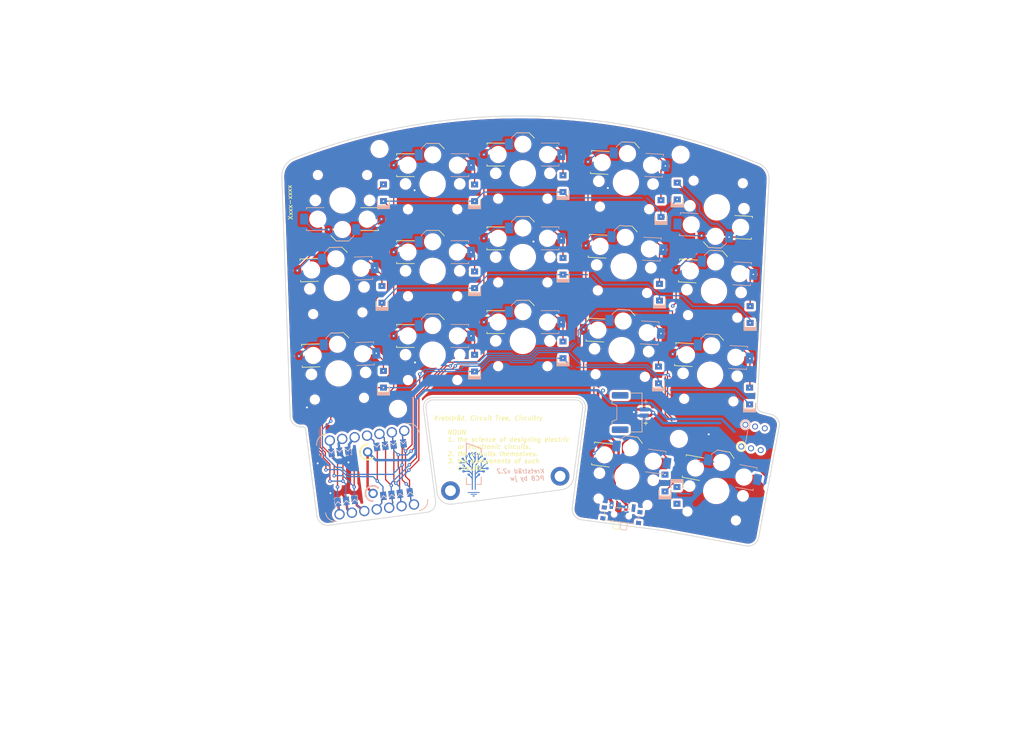
<source format=kicad_pcb>
(kicad_pcb (version 20241229) (generator "pcbnew") (generator_version "9.0")
  (title_block (title "Kretsträd") (company "by JW"))
  (layers (0 "F.Cu" signal) (2 "B.Cu" signal) (13 "F.Paste" user) (15 "B.Paste" user) (5 "F.SilkS" user "F.Silkscreen") (7 "B.SilkS" user "B.Silkscreen") (1 "F.Mask" user) (3 "B.Mask" user) (25 "Edge.Cuts" user))
  (net 0 "")
  (net 1 "row0")
  (net 2 "Net-(D1-A)")
  (net 3 "row1")
  (net 4 "Net-(D2-A)")
  (net 5 "row2")
  (net 6 "Net-(D3-A)")
  (net 7 "row3")
  (net 8 "Net-(D4-A)")
  (net 9 "Net-(D5-A)")
  (net 10 "Net-(D6-A)")
  (net 11 "Net-(D7-A)")
  (net 12 "Net-(D8-A)")
  (net 13 "Net-(D9-A)")
  (net 14 "Net-(D10-A)")
  (net 15 "Net-(D11-A)")
  (net 16 "Net-(D12-A)")
  (net 17 "Net-(D13-A)")
  (net 18 "Net-(D14-A)")
  (net 19 "Net-(D15-A)")
  (net 20 "Net-(D16-A)")
  (net 21 "Net-(D17-A)")
  (net 22 "GND")
  (net 23 "col0")
  (net 24 "col1")
  (net 25 "col2")
  (net 26 "col3")
  (net 27 "col4")
  (net 28 "BT+")
  (net 29 "BAT")
  (footprint "jw_custom_footprints:Diode_SOD123_THT_v3" (layer "F.Cu") (at 172.180356 87.066387 90)
    (property "Reference" "D10")
    (property "Value" "D")
  )
  (footprint "jw_custom_footprints:Kailh_Choc_PG1350_v1+2_Hotswap_reversible" (layer "F.Cu") (at 107.74639 95.208681)
    (property "Reference" "SW12" (hide yes))
    (property "Value" "SW12" (hide yes))
  )
  (footprint "jw_custom_footprints:Diode_SOD123_THT_v3" (layer "F.Cu") (at 134.19779 77.277881 90)
    (property "Reference" "D8")
    (property "Value" "D")
  )
  (footprint "MountingHole:MountingHole_3.2mm_M3" (layer "F.Cu") (at 100.72059 106.203881)
    (property "Reference" "TH3" (hide yes))
    (property "Value" "HOLE" (hide yes))
  )
  (footprint "jw_custom_footprints:Diode_SOD123_THT_v3" (layer "F.Cu") (at 97.45066 82.988298 90)
    (property "Reference" "D6")
    (property "Value" "D")
  )
  (footprint "jw_custom_footprints:Kailh_Choc_PG1350_v1+2_Hotswap_reversible" (layer "F.Cu") (at 126.04619 75.408681)
    (property "Reference" "SW8" (hide yes))
    (property "Value" "SW8" (hide yes))
  )
  (footprint "jw_custom_footprints:Kailh_Choc_PG1350_v1+2_Hotswap_reversible" (layer "F.Cu") (at 107.74639 78.208681)
    (property "Reference" "SW7" (hide yes))
    (property "Value" "SW7" (hide yes))
  )
  (footprint "Button_Switch_SMD:SW_SPDT_PCM12" (layer "F.Cu") (at 146.09644 127.472624 -7.5)
    (property "Reference" "PWR_SW_1")
    (property "Value" "SW_SPDT" (hide yes))
  )
  (footprint "jw_custom_footprints:Kailh_Choc_PG1350_v1+2_Hotswap_reversible" (layer "F.Cu") (at 126.04619 92.408681)
    (property "Reference" "SW13" (hide yes))
    (property "Value" "SW13" (hide yes))
  )
  (footprint "jw_custom_footprints:Diode_SOD123_THT_v3" (layer "F.Cu") (at 116.26219 96.937481 90)
    (property "Reference" "D12")
    (property "Value" "D")
  )
  (footprint "jw_custom_footprints:Diode_SOD123_THT_v3" (layer "F.Cu") (at 116.26219 80.021081 90)
    (property "Reference" "D7")
    (property "Value" "D")
  )
  (footprint "jw_custom_footprints:Kailh_Choc_PG1350_v1+2_Hotswap_reversible" (layer "F.Cu") (at 107.74639 60.563681)
    (property "Reference" "SW2" (hide yes))
    (property "Value" "SW2" (hide yes))
  )
  (footprint "jw_custom_footprints:Kailh_Choc_PG1350_v1+2_Hotswap_reversible" (layer "F.Cu") (at 165.300177 122.874496 -10.5)
    (property "Reference" "SW17" (hide yes))
    (property "Value" "SW17" (hide yes))
  )
  (footprint "jw_custom_footprints:Diode_SOD123_THT_v3" (layer "F.Cu") (at 153.777061 82.545252 90)
    (property "Reference" "D9")
    (property "Value" "D")
  )
  (footprint "jw_custom_footprints:Kailh_Choc_PG1350_v1+2_Hotswap_reversible" (layer "F.Cu") (at 88.64659 99.008481 2)
    (property "Reference" "SW11" (hide yes))
    (property "Value" "SW11" (hide yes))
  )
  (footprint "jw_custom_footprints:Kailh_Choc_PG1350_v1+2_Hotswap_reversible" (layer "F.Cu") (at 146.965942 60.297889 -3)
    (property "Reference" "SW4" (hide yes))
    (property "Value" "SW4" (hide yes))
  )
  (footprint "jw_custom_footprints:Diode_SOD123_THT_v3" (layer "F.Cu") (at 157.38366 62.013056 90)
    (property "Reference" "D5")
    (property "Value" "D")
  )
  (footprint "MountingHole:MountingHole_3.2mm_M3" (layer "F.Cu") (at 157.71819 112.295081)
    (property "Reference" "TH4" (hide yes))
    (property "Value" "HOLE" (hide yes))
  )
  (footprint "jw_custom_footprints:Diode_SOD123_THT_v3" (layer "F.Cu") (at 154.89699 121.263081 90)
    (property "Reference" "D16")
    (property "Value" "D" (hide yes))
  )
  (footprint "jw_custom_footprints:Kailh_Choc_PG1350_v1+2_Hotswap_reversible" (layer "F.Cu") (at 126.04619 58.408681)
    (property "Reference" "SW3" (hide yes))
    (property "Value" "SW3" (hide yes))
  )
  (footprint "jw_custom_footprints:Diode_SOD123_THT_v3" (layer "F.Cu") (at 157.31179 123.768081 -90)
    (property "Reference" "D17")
    (property "Value" "D")
  )
  (footprint "jw_custom_footprints:Diode_SOD123_THT_v3" (layer "F.Cu") (at 97.76139 100.204681 90)
    (property "Reference" "D11")
    (property "Value" "D")
  )
  (footprint "jw_custom_footprints:Kailh_Choc_PG1350_v1+2_Hotswap_reversible" (layer "F.Cu") (at 146.085276 94.298596 -3)
    (property "Reference" "SW14" (hide yes))
    (property "Value" "SW14" (hide yes))
  )
  (footprint "jw_custom_footprints:Kailh_Choc_PG1350_v1+2_Hotswap_reversible" (layer "F.Cu") (at 146.525604 77.298342 -3)
    (property "Reference" "SW9" (hide yes))
    (property "Value" "SW9" (hide yes))
  )
  (footprint "jw_custom_footprints:Xiao_nRF52840_THT_jumper_1.55mm_hole" (layer "F.Cu") (at 95.259726 119.141085 97.5)
    (property "Reference" "U1" (hide yes))
    (property "Value" "SeeeduinoXIAO_nRF52840")
  )
  (footprint "MountingHole:MountingHole_3.2mm_M3" (layer "F.Cu") (at 96.96139 53.468681)
    (property "Reference" "TH1" (hide yes))
    (property "Value" "HOLE" (hide yes))
  )
  (footprint "jw_custom_footprints:Diode_SOD123_THT_v3" (layer "F.Cu") (at 116.26219 62.376081 90)
    (property "Reference" "D2")
    (property "Value" "D")
  )
  (footprint "jw_custom_footprints:Kailh_Choc_PG1350_v1+2_Hotswap_reversible" (layer "F.Cu") (at 88.32539 81.662681 2)
    (property "Reference" "SW6" (hide yes))
    (property "Value" "SW6" (hide yes))
  )
  (footprint "jw_custom_footprints:Diode_SOD123_THT_v3" (layer "F.Cu") (at 134.19779 94.245081 90)
    (property "Reference" "D13")
    (property "Value" "D")
  )
  (footprint "Connector_Molex:Molex_Panelmate_53780-0270_1x02-1MP_P1.25mm_Horizontal" (layer "F.Cu") (at 147.871 106.955 -90)
    (property "Reference" "J1" (hide yes))
    (property "Value" "Conn_01x02_Female")
  )
  (footprint "jw_custom_footprints:Kailh_Choc_PG1350_v1+2_Hotswap_reversible" (layer "F.Cu") (at 89.44659 63.908681 180)
    (property "Reference" "SW1" (hide yes))
    (property "Value" "SW1" (hide yes))
  )
  (footprint "jw_custom_footprints:Pogopin_socket_1x01_1.20mm_vertical" (layer "F.Cu") (at 95.657918 123.376142)
    (property "Reference" "J4" (hide yes))
    (property "Value" "Conn_01x01_Socket" (hide yes))
  )
  (footprint "jw_custom_footprints:Diode_SOD123_THT_v3" (layer "F.Cu") (at 134.19779 60.513881 90)
    (property "Reference" "D3")
    (property "Value" "D")
  )
  (footprint "jw_custom_footprints:Kailh_Choc_PG1350_v1+2_Hotswap_reversible" (layer "F.Cu") (at 164.052356 99.290397 -3)
    (property "Reference" "SW15" (hide yes))
    (property "Value" "SW15" (hide yes))
  )
  (footprint "MountingHole:MountingHole_3.2mm_M3" (layer "F.Cu") (at 158.07379 54.637081)
    (property "Reference" "TH2" (hide yes))
    (property "Value" "HOLE" (hide yes))
  )
  (footprint "MountingHole:MountingHole_2.2mm_M2_ISO14580_Pad" (layer "F.Cu") (at 133.604 119.888 7.5)
    (property "Reference" "Batt_Hole_2" (hide yes))
    (property "Value" "HOLE")
  )
  (footprint "jw_custom_footprints:Pogopin_socket_1x01_1.20mm_vertical" (layer "F.Cu") (at 94.550195 114.962146)
    (property "Reference" "J3" (hide yes))
    (property "Value" "Conn_01x01_Socket" (hide yes))
  )
  (footprint "jw_custom_footprints:Kailh_Choc_PG1350_v1+2_Hotswap_reversible" (layer "F.Cu") (at 147.050149 119.967402 -7.5)
    (property "Reference" "SW16" (hide yes))
    (property "Value" "SW16" (hide yes))
  )
  (footprint "jw_custom_footprints:Diode_SOD123_THT_v3" (layer "F.Cu") (at 154.07665 65.562153 90)
    (property "Reference" "D4")
    (property "Value" "D")
  )
  (footprint "jw_custom_footprints:Diode_SOD123_THT_v3" (layer "F.Cu") (at 153.577335 99.334785 90)
    (property "Reference" "D14")
    (property "Value" "D")
  )
  (footprint "MountingHole:MountingHole_2.2mm_M2_ISO14580_Pad" (layer "F.Cu") (at 111.363786 122.81598 7.5)
    (property "Reference" "Batt_Hole_1" (hide yes))
    (property "Value" "HOLE")
  )
  (footprint "jw_custom_footprints:Diode_SOD123_THT_v3" (layer "F.Cu") (at 172.070071 103.602555 90)
    (property "Reference" "D15")
    (property "Value" "D")
  )
  (footprint "jw_custom_footprints:Diode_SOD123_THT_v3" (layer "F.Cu") (at 97.76139 62.358681 90)
    (property "Reference" "D1")
    (property "Value" "D")
  )
  (footprint "jw_custom_footprints:Kailh_Choc_PG1350_v1+2_Hotswap_reversible" (layer "F.Cu") (at 165.428688 65.310825 177)
    (property "Reference" "SW5" (hide yes))
    (property "Value" "SW5" (hide yes))
  )
  (footprint "jw_custom_footprints:Button_Switch_Push_Vertical_2P2T_Toggle_5.8x5.8" (layer "F.Cu") (at 172.76605 112.009334 79.5)
    (property "Reference" "PWR_SW_3" (hide yes))
    (property "Value" "SW_DPDT" (hide yes))
  )
  (footprint "jw_custom_footprints:Kailh_Choc_PG1350_v1+2_Hotswap_reversible" (layer "F.Cu") (at 164.838566 82.303228 -3)
    (property "Reference" "SW10" (hide yes))
    (property "Value" "SW10" (hide yes))
  )
  (footprint "Connector_Molex:Molex_Panelmate_53780-0270_1x02-1MP_P1.25mm_Horizontal" (layer "B.Cu") (at 147.871 106.955 90)
    (property "Reference" "J2" (hide yes))
    (property "Value" "Conn_01x02_Female")
  )
  (footprint "jw_custom_image:circuit_tree_f.cu_3_10mm" (layer "B.Cu") (at 115.829397 118.3894 180)
    (property "Reference" "G***")
    (property "Value" "circuit_tree_f.cu_3_10mm" (hide yes))
  )
  (footprint "Button_Switch_SMD:SW_SPDT_PCM12" (layer "B.Cu") (at 146.09644 127.472624 172.5)
    (property "Reference" "PWR_SW_2")
    (property "Value" "SW_SPDT" (hide yes))
  )
  (gr_arc (start 95.596259 116.102852) (mid 93.106998 115.522328) (end 94.550195 113.412681) (stroke (width 0.338)) (layer "F.SilkS"))
  (gr_arc (start 95.590996 124.923836) (mid 94.241315 122.753171) (end 96.753555 122.281919) (stroke (width 0.338)) (layer "B.SilkS"))
  (gr_arc (start 137.968198 128.734892) (mid 136.509976 127.892989) (end 136.074173 126.266555) (stroke (width 0.15)) (layer "Edge.Cuts"))
  (gr_arc (start 173.936221 56.430723) (mid 175.482969 57.70096) (end 176.013912 59.630711) (stroke (width 0.15)) (layer "Edge.Cuts"))
  (gr_arc (start 176.47735 107.35444) (mid 177.768549 108.305525) (end 178.071109 109.880395) (stroke (width 0.15)) (layer "Edge.Cuts"))
  (gr_arc (start 86.725379 129.81702) (mid 85.098554 129.380948) (end 84.256922 127.92208) (stroke (width 0.15)) (layer "Edge.Cuts"))
  (gr_arc (start 81.323053 109.87241) (mid 79.629123 109.382683) (end 78.838905 107.806371) (stroke (width 0.15)) (layer "Edge.Cuts"))
  (gr_arc (start 136.330473 120.246946) (mid 135.548543 121.832543) (end 133.962946 122.614473) (stroke (width 0.15)) (layer "Edge.Cuts"))
  (gr_line (start 154.753191 130.944649) (end 137.968198 128.734892) (stroke (width 0.15)) (layer "Edge.Cuts"))
  (gr_line (start 176.013912 59.630711) (end 173.600489 105.681555) (stroke (width 0.15)) (layer "Edge.Cuts"))
  (gr_arc (start 105.872489 106.147146) (mid 106.351755 104.567338) (end 107.855543 103.886093) (stroke (width 0.15)) (layer "Edge.Cuts"))
  (gr_line (start 81.382851 109.864537) (end 81.323053 109.87241) (stroke (width 0.15)) (layer "Edge.Cuts"))
  (gr_line (start 77.140078 59.158343) (end 78.838905 107.806371) (stroke (width 0.15)) (layer "Edge.Cuts"))
  (gr_arc (start 136.739905 103.888465) (mid 138.243475 104.569835) (end 138.722631 106.149517) (stroke (width 0.15)) (layer "Edge.Cuts"))
  (gr_line (start 154.753191 130.944649) (end 171.359188 134.022389) (stroke (width 0.15)) (layer "Edge.Cuts"))
  (gr_line (start 81.943863 110.295205) (end 84.256922 127.92208) (stroke (width 0.15)) (layer "Edge.Cuts"))
  (gr_line (start 133.962946 122.614473) (end 111.722733 125.542453) (stroke (width 0.15)) (layer "Edge.Cuts"))
  (gr_line (start 174.41428 106.801642) (end 176.47735 107.35444) (stroke (width 0.15)) (layer "Edge.Cuts"))
  (gr_line (start 138.195027 106.084252) (end 136.330473 120.246946) (stroke (width 0.15)) (layer "Edge.Cuts"))
  (gr_arc (start 111.722733 125.542453) (mid 109.689692 124.997701) (end 108.637313 123.174927) (stroke (width 0.15)) (layer "Edge.Cuts"))
  (gr_line (start 107.874261 104.386094) (end 136.707982 104.388463) (stroke (width 0.15)) (layer "Edge.Cuts"))
  (gr_arc (start 136.707982 104.388463) (mid 137.835704 104.899476) (end 138.195027 106.084252) (stroke (width 0.15)) (layer "Edge.Cuts"))
  (gr_arc (start 79.63859 55.348281) (mid 126.891955 46.781457) (end 173.936218 56.430723) (stroke (width 0.15)) (layer "Edge.Cuts"))
  (gr_line (start 136.739905 103.888465) (end 107.855543 103.886093) (stroke (width 0.15)) (layer "Edge.Cuts"))
  (gr_line (start 108.348334 124.953047) (end 105.872489 106.147146) (stroke (width 0.15)) (layer "Edge.Cuts"))
  (gr_arc (start 174.41428 106.801643) (mid 173.809062 106.385686) (end 173.600489 105.681555) (stroke (width 0.15)) (layer "Edge.Cuts"))
  (gr_line (start 106.38697 106.081883) (end 108.637313 123.174927) (stroke (width 0.15)) (layer "Edge.Cuts"))
  (gr_arc (start 108.348334 124.953047) (mid 107.952151 126.431622) (end 106.626496 127.196988) (stroke (width 0.15)) (layer "Edge.Cuts"))
  (gr_arc (start 173.923267 132.260146) (mid 173.006194 133.672291) (end 171.359188 134.022389) (stroke (width 0.15)) (layer "Edge.Cuts"))
  (gr_line (start 173.923267 132.260146) (end 178.071109 109.880395) (stroke (width 0.15)) (layer "Edge.Cuts"))
  (gr_line (start 138.722631 106.149517) (end 136.074173 126.266555) (stroke (width 0.15)) (layer "Edge.Cuts"))
  (gr_line (start 86.725379 129.81702) (end 106.626496 127.196988) (stroke (width 0.15)) (layer "Edge.Cuts"))
  (gr_arc (start 81.382851 109.864537) (mid 81.752578 109.963647) (end 81.943863 110.295205) (stroke (width 0.15)) (layer "Edge.Cuts"))
  (gr_arc (start 77.140078 59.158343) (mid 77.791806 56.861473) (end 79.63859 55.348281) (stroke (width 0.15)) (layer "Edge.Cuts"))
  (gr_arc (start 106.38697 106.081883) (mid 106.746418 104.897028) (end 107.874261 104.386094) (stroke (width 0.15)) (layer "Edge.Cuts"))
  (gr_text "Xxxx-xxxx" (at 78.92739 67.946681 92) (layer "F.SilkS") (effects (font (size 0.9 0.9)) (justify left)))
  (gr_text "Kretsträd, Circuit Tree, Circuitry\n\n    NOUN\n    1. the science of designing electric \n	  or electronic circuits.\n    2. the circuits themselves.\n    3. the components of such \n	  circuits." (at 107.93419 113.158681 0) (layer "F.SilkS") (effects (font (size 0.9 0.9) (thickness 0.15) (bold yes) (italic yes)) (justify left)))
  (gr_text "+" (at 151.003 109.041 0) (layer "F.SilkS") (effects (font (size 1 1))))
  (gr_text "Kretsträd v2.2\nPCB by jw" (at 130.556 119.5832 0) (layer "B.SilkS") (effects (font (size 0.9 0.9) (thickness 0.15) (italic yes)) (justify left mirror)))
  (gr_text "+" (at 151.003 104.85 180) (layer "B.SilkS") (effects (font (size 1 1)) (justify mirror)))
  (segment (start 84.47699 108.647671) (end 92.12198 101.002681) (width 0.25) (layer "F.Cu") (net 1))
  (segment (start 98.58699 64.884281) (end 97.76139 64.058681) (width 0.25) (layer "F.Cu") (net 1))
  (segment (start 98.94439 93.783091) (end 96.99966 91.838361) (width 0.25) (layer "F.Cu") (net 1))
  (segment (start 85.53759 115.252669) (end 84.47699 114.192069) (width 0.25) (layer "F.Cu") (net 1))
  (segment (start 98.94439 99.273681) (end 98.94439 93.783091) (width 0.25) (layer "F.Cu") (net 1))
  (segment (start 96.24426 83.942698) (end 97.09706 83.089898) (width 0.25) (layer "F.Cu") (net 1))
  (segment (start 86.90299 117.454091) (end 85.53759 116.088691) (width 0.25) (layer "F.Cu") (net 1))
  (segment (start 86.90299 120.880281) (end 86.90299 117.454091) (width 0.25) (layer "F.Cu") (net 1))
  (segment (start 96.99966 86.283698) (end 96.24426 85.528298) (width 0.25) (layer "F.Cu") (net 1))
  (segment (start 89.54459 120.880281) (end 89.54459 116.080737) (width 0.25) (layer "F.Cu") (net 1))
  (segment (start 98.10879 100.109281) (end 98.94439 99.273681) (width 0.25) (layer "F.Cu") (net 1))
  (segment (start 97.71746 83.089898) (end 98.58699 82.220368) (width 0.25) (layer "F.Cu") (net 1))
  (segment (start 97.09706 83.089898) (end 97.71746 83.089898) (width 0.25) (layer "F.Cu") (net 1))
  (segment (start 84.47699 114.192069) (end 84.47699 108.647671) (width 0.25) (layer "F.Cu") (net 1))
  (segment (start 89.54459 116.080737) (end 88.967517 115.503664) (width 0.25) (layer "F.Cu") (net 1))
  (segment (start 96.99966 91.838361) (end 96.99966 86.283698) (width 0.25) (layer "F.Cu") (net 1))
  (segment (start 85.53759 116.088691) (end 85.53759 115.252669) (width 0.25) (layer "F.Cu") (net 1))
  (segment (start 96.04079 100.109281) (end 98.10879 100.109281) (width 0.25) (layer "F.Cu") (net 1))
  (segment (start 92.12198 101.002681) (end 95.14739 101.002681) (width 0.25) (layer "F.Cu") (net 1))
  (segment (start 95.14739 101.002681) (end 96.04079 100.109281) (width 0.25) (layer "F.Cu") (net 1))
  (segment (start 98.58699 82.220368) (end 98.58699 64.884281) (width 0.25) (layer "F.Cu") (net 1))
  (segment (start 96.24426 85.528298) (end 96.24426 83.942698) (width 0.25) (layer "F.Cu") (net 1))
  (via (at 86.90299 120.880281) (size 0.7) (drill 0.3) (layers "F.Cu" "B.Cu") (net 1))
  (via (at 89.54459 120.880281) (size 0.7) (drill 0.3) (layers "F.Cu" "B.Cu") (net 1))
  (segment (start 86.90299 120.880281) (end 89.54459 120.880281) (width 0.25) (layer "B.Cu") (net 1))
  (segment (start 116.07779 64.076081) (end 116.06039 64.058681) (width 0.25) (layer "B.Cu") (net 1))
  (segment (start 118.12439 62.213881) (end 116.26219 64.076081) (width 0.25) (layer "B.Cu") (net 1))
  (segment (start 116.06039 64.058681) (end 97.76139 64.058681) (width 0.25) (layer "B.Cu") (net 1))
  (segment (start 134.19779 62.213881) (end 135.371883 63.387974) (width 0.25) (layer "B.Cu") (net 1))
  (segment (start 154.07665 66.273353) (end 154.07665 67.262153) (width 0.25) (layer "B.Cu") (net 1))
  (segment (start 116.26219 64.076081) (end 116.07779 64.076081) (width 0.25) (layer "B.Cu") (net 1))
  (segment (start 89.54459 120.880281) (end 90.12531 121.461001) (width 0.25) (layer "B.Cu") (net 1))
  (segment (start 135.371883 63.387974) (end 150.244977 63.387974) (width 0.25) (layer "B.Cu") (net 1))
  (segment (start 154.833193 66.263523) (end 157.38366 63.713056) (width 0.25) (layer "B.Cu") (net 1))
  (segment (start 154.07665 67.262153) (end 154.780857 67.262153) (width 0.25) (layer "B.Cu") (net 1))
  (segment (start 134.19779 62.213881) (end 118.12439 62.213881) (width 0.25) (layer "B.Cu") (net 1))
  (segment (start 90.12531 121.461001) (end 90.12531 124.297979) (width 0.25) (layer "B.Cu") (net 1))
  (segment (start 151.243607 63.44031) (end 154.07665 66.273353) (width 0.25) (layer "B.Cu") (net 1))
  (segment (start 97.34659 67.708681) (end 96.45339 66.815481) (width 0.25) (layer "F.Cu") (net 2))
  (segment (start 96.45339 61.966681) (end 97.76139 60.658681) (width 0.25) (layer "F.Cu") (net 2))
  (segment (start 96.45339 66.815481) (end 96.45339 61.966681) (width 0.25) (layer "F.Cu") (net 2))
  (via (at 97.34659 67.708681) (size 0.7) (drill 0.3) (layers "F.Cu" "B.Cu") (net 2))
  (segment (start 97.34659 67.708681) (end 95.24659 69.808681) (width 0.25) (layer "B.Cu") (net 2))
  (segment (start 95.24659 69.808681) (end 92.24659 69.808681) (width 0.25) (layer "B.Cu") (net 2))
  (segment (start 87.768423 117.681714) (end 85.98859 115.901881) (width 0.25) (layer "F.Cu") (net 3))
  (segment (start 85.98859 115.065859) (end 84.92799 114.005259) (width 0.25) (layer "F.Cu") (net 3))
  (segment (start 91.83059 116.463426) (end 90.649404 115.28224) (width 0.25) (layer "F.Cu") (net 3))
  (segment (start 97.45066 91.651551) (end 97.45066 84.688298) (width 0.25) (layer "F.Cu") (net 3))
  (segment (start 99.39539 99.460491) (end 99.39539 93.596281) (width 0.25) (layer "F.Cu") (net 3))
  (segment (start 91.83059 122.048681) (end 91.83059 116.463426) (width 0.25) (layer "F.Cu") (net 3))
  (segment (start 99.39539 93.596281) (end 97.45066 91.651551) (width 0.25) (layer "F.Cu") (net 3))
  (segment (start 96.2276 100.560281) (end 98.2956 100.560281) (width 0.25) (layer "F.Cu") (net 3))
  (segment (start 92.30879 101.453681) (end 95.3342 101.453681) (width 0.25) (layer "F.Cu") (net 3))
  (segment (start 95.3342 101.453681) (end 96.2276 100.560281) (width 0.25) (layer "F.Cu") (net 3))
  (segment (start 98.2956 100.560281) (end 99.39539 99.460491) (width 0.25) (layer "F.Cu") (net 3))
  (segment (start 87.768423 119.762681) (end 87.768423 117.681714) (width 0.25) (layer "F.Cu") (net 3))
  (segment (start 84.92799 114.005259) (end 84.92799 108.834481) (width 0.25) (layer "F.Cu") (net 3))
  (segment (start 85.98859 115.901881) (end 85.98859 115.065859) (width 0.25) (layer "F.Cu") (net 3))
  (segment (start 84.92799 108.834481) (end 92.30879 101.453681) (width 0.25) (layer "F.Cu") (net 3))
  (via (at 91.83059 122.048681) (size 0.7) (drill 0.3) (layers "F.Cu" "B.Cu") (net 3))
  (via (at 87.768423 119.762681) (size 0.7) (drill 0.3) (layers "F.Cu" "B.Cu") (net 3))
  (segment (start 91.807197 122.072074) (end 91.807197 124.076554) (width 0.25) (layer "B.Cu") (net 3))
  (segment (start 119.00539 78.977881) (end 116.26219 81.721081) (width 0.25) (layer "B.Cu") (net 3))
  (segment (start 172.180356 88.082387) (end 172.180356 88.766387) (width 0.25) (layer "B.Cu") (net 3))
  (segment (start 153.829397 83.246622) (end 158.352991 83.246622) (width 0.25) (layer "B.Cu") (net 3))
  (segment (start 91.83059 122.048681) (end 91.807197 122.072074) (width 0.25) (layer "B.Cu") (net 3))
  (segment (start 100.417877 81.721081) (end 97.45066 84.688298) (width 0.25) (layer "B.Cu") (net 3))
  (segment (start 142.146002 80.989652) (end 140.186567 79.030217) (width 0.25) (layer "B.Cu") (net 3))
  (segment (start 87.768423 119.762681) (end 89.54459 119.762681) (width 0.25) (layer "B.Cu") (net 3))
  (segment (start 158.352991 83.246622) (end 160.522524 85.416155) (width 0.25) (layer "B.Cu") (net 3))
  (segment (start 116.26219 81.721081) (end 100.417877 81.721081) (width 0.25) (layer "B.Cu") (net 3))
  (segment (start 153.777061 84.245252) (end 153.777061 83.326452) (width 0.25) (layer "B.Cu") (net 3))
  (segment (start 169.514124 85.416155) (end 172.180356 88.082387) (width 0.25) (layer "B.Cu") (net 3))
  (segment (start 89.54459 119.762681) (end 91.83059 122.048681) (width 0.25) (layer "B.Cu") (net 3))
  (segment (start 151.440261 80.989652) (end 142.146002 80.989652) (width 0.25) (layer "B.Cu") (net 3))
  (segment (start 153.777061 83.326452) (end 151.440261 80.989652) (width 0.25) (layer "B.Cu") (net 3))
  (segment (start 134.19779 78.977881) (end 119.00539 78.977881) (width 0.25) (layer "B.Cu") (net 3))
  (segment (start 139.187937 78.977881) (end 134.19779 78.977881) (width 0.25) (layer "B.Cu") (net 3))
  (segment (start 160.522524 85.416155) (end 169.514124 85.416155) (width 0.25) (layer "B.Cu") (net 3))
  (segment (start 116.26219 57.479481) (end 116.26219 60.676081) (width 0.25) (layer "F.Cu") (net 4))
  (segment (start 113.44639 54.663681) (end 110.54639 54.663681) (width 0.25) (layer "F.Cu") (net 4))
  (segment (start 115.54639 56.763681) (end 113.44639 54.663681) (width 0.25) (layer "F.Cu") (net 4))
  (segment (start 115.54639 56.763681) (end 116.26219 57.479481) (width 0.25) (layer "F.Cu") (net 4))
  (via (at 115.54639 56.763681) (size 0.7) (drill 0.3) (layers "F.Cu" "B.Cu") (net 4))
  (segment (start 85.37899 113.818449) (end 85.37899 109.021291) (width 0.25) (layer "F.Cu") (net 5))
  (segment (start 88.443423 116.882882) (end 87.28563 115.725089) (width 0.25) (layer "F.Cu") (net 5))
  (segment (start 92.4956 101.904681) (end 97.76139 101.904681) (width 0.25) (layer "F.Cu") (net 5))
  (segment (start 85.37899 109.021291) (end 92.4956 101.904681) (width 0.25) (layer "F.Cu") (net 5))
  (segment (start 87.28563 115.725089) (end 85.37899 113.818449) (width 0.25) (layer "F.Cu") (net 5))
  (segment (start 88.443423 122.048681) (end 88.443423 116.882882) (width 0.25) (layer "F.Cu") (net 5))
  (via (at 88.443423 122.048681) (size 0.7) (drill 0.3) (layers "F.Cu" "B.Cu") (net 5))
  (segment (start 135.96199 97.709281) (end 134.19779 95.945081) (width 0.25) (layer "B.Cu") (net 5))
  (segment (start 88.443423 122.048681) (end 88.443423 124.519403) (width 0.25) (layer "B.Cu") (net 5))
  (segment (start 117.07059 98.637481) (end 119.41499 96.293081) (width 0.25) (layer "B.Cu") (net 5))
  (segment (start 119.41499 96.293081) (end 123.19678 96.293081) (width 0.25) (layer "B.Cu") (net 5))
  (segment (start 103.33859 101.904681) (end 97.76139 101.904681) (width 0.25) (layer "B.Cu") (net 5))
  (segment (start 153.577335 101.034785) (end 153.577335 100.248332) (width 0.25) (layer "B.Cu") (net 5))
  (segment (start 123.19678 96.293081) (end 123.70478 96.801081) (width 0.25) (layer "B.Cu") (net 5))
  (segment (start 128.70379 95.945081) (end 134.19779 95.945081) (width 0.25) (layer "B.Cu") (net 5))
  (segment (start 153.577335 100.248332) (end 151.09062 97.761617) (width 0.25) (layer "B.Cu") (net 5))
  (segment (start 151.09062 97.761617) (end 136.96062 97.761617) (width 0.25) (layer "B.Cu") (net 5))
  (segment (start 155.976871 102.383355) (end 169.150871 102.383355) (width 0.25) (layer "B.Cu") (net 5))
  (segment (start 116.26219 98.637481) (end 106.60579 98.637481) (width 0.25) (layer "B.Cu") (net 5))
  (segment (start 127.84779 96.801081) (end 128.70379 95.945081) (width 0.25) (layer "B.Cu") (net 5))
  (segment (start 106.60579 98.637481) (end 103.33859 101.904681) (width 0.25) (layer "B.Cu") (net 5))
  (segment (start 169.150871 102.383355) (end 172.070071 105.302555) (width 0.25) (layer "B.Cu") (net 5))
  (segment (start 123.70478 96.801081) (end 127.84779 96.801081) (width 0.25) (layer "B.Cu") (net 5))
  (segment (start 153.577335 101.034785) (end 155.924535 103.381985) (width 0.25) (layer "B.Cu") (net 5))
  (segment (start 116.26219 98.637481) (end 117.07059 98.637481) (width 0.25) (layer "B.Cu") (net 5))
  (segment (start 131.74619 52.508681) (end 128.84619 52.508681) (width 0.25) (layer "F.Cu") (net 6))
  (segment (start 134.19779 54.960281) (end 134.19779 58.813881) (width 0.25) (layer "F.Cu") (net 6))
  (segment (start 133.84619 54.608681) (end 134.19779 54.960281) (width 0.25) (layer "F.Cu") (net 6))
  (segment (start 133.84619 54.608681) (end 131.74619 52.508681) (width 0.25) (layer "F.Cu") (net 6))
  (via (at 133.84619 54.608681) (size 0.7) (drill 0.3) (layers "F.Cu" "B.Cu") (net 6))
  (segment (start 102.24359 114.784281) (end 102.24359 119.914081) (width 0.25) (layer "F.Cu") (net 7))
  (segment (start 103.57159 103.218271) (end 103.57159 113.456281) (width 0.25) (layer "F.Cu") (net 7))
  (segment (start 102.24359 119.914081) (end 103.05732 120.727811) (width 0.25) (layer "F.Cu") (net 7))
  (segment (start 154.956318 107.326219) (end 156.30199 108.671891) (width 0.25) (layer "F.Cu") (net 7))
  (segment (start 105.120092 101.669769) (end 103.57159 103.218271) (width 0.25) (layer "F.Cu") (net 7))
  (segment (start 154.956318 99.678009) (end 154.956318 107.326219) (width 0.25) (layer "F.Cu") (net 7))
  (segment (start 103.05732 120.727811) (end 103.05732 122.595447) (width 0.25) (layer "F.Cu") (net 7))
  (segment (start 157.83979 120.020281) (end 154.89699 122.963081) (width 0.25) (layer "F.Cu") (net 7))
  (segment (start 103.57159 113.456281) (end 102.24359 114.784281) (width 0.25) (layer "F.Cu") (net 7))
  (segment (start 105.120092 99.168583) (end 105.120092 101.669769) (width 0.25) (layer "F.Cu") (net 7))
  (via (at 105.120092 99.168583) (size 0.7) (drill 0.3) (layers "F.Cu" "B.Cu") (net 7))
  (via (at 102.24359 114.784281) (size 0.7) (drill 0.3) (layers "F.Cu" "B.Cu") (net 7))
  (segment (start 129.24198 94.769081) (end 127.66098 96.350081) (width 0.25) (layer "B.Cu") (net 7))
  (segment (start 117.51958 97.550681) (end 114.04259 97.550681) (width 0.25) (layer "B.Cu") (net 7))
  (segment (start 119.22818 95.842081) (end 117.51958 97.550681) (width 0.25) (layer "B.Cu") (net 7))
  (segment (start 123.89159 96.350081) (end 123.38359 95.842081) (width 0.25) (layer "B.Cu") (net 7))
  (segment (start 127.66098 96.350081) (end 123.89159 96.350081) (width 0.25) (layer "B.Cu") (net 7))
  (segment (start 135.34079 94.769081) (end 129.24198 94.769081) (width 0.25) (layer "B.Cu") (net 7))
  (segment (start 102.24359 114.784281) (end 101.899527 114.440218) (width 0.25) (layer "B.Cu") (net 7))
  (segment (start 123.38359 95.842081) (end 119.22818 95.842081) (width 0.25) (layer "B.Cu") (net 7))
  (segment (start 113.40679 98.186481) (end 106.102194 98.186481) (width 0.25) (layer "B.Cu") (net 7))
  (segment (start 101.899527 114.440218) (end 101.899527 113.801133) (width 0.25) (layer "B.Cu") (net 7))
  (segment (start 106.102194 98.186481) (end 105.120092 99.168583) (width 0.25) (layer "B.Cu") (net 7))
  (segment (start 114.04259 97.550681) (end 113.40679 98.186481) (width 0.25) (layer "B.Cu") (net 7))
  (segment (start 137.82999 97.258281) (end 135.34079 94.769081) (width 0.25) (layer "B.Cu") (net 7))
  (segment (start 154.954129 56.528367) (end 152.978277 54.552515) (width 0.25) (layer "F.Cu") (net 8))
  (segment (start 154.07665 57.788796) (end 154.07665 63.862153) (width 0.25) (layer "F.Cu") (net 8))
  (segment (start 154.954129 56.911317) (end 154.954129 56.528367) (width 0.25) (layer "F.Cu") (net 8))
  (segment (start 154.954129 56.911317) (end 154.07665 57.788796) (width 0.25) (layer "F.Cu") (net 8))
  (segment (start 152.978277 54.552515) (end 150.070887 54.552515) (width 0.25) (layer "F.Cu") (net 8))
  (via (at 154.954129 56.911317) (size 0.7) (drill 0.3) (layers "F.Cu" "B.Cu") (net 8))
  (segment (start 171.489063 71.34928) (end 167.916069 71.34928) (width 0.25) (layer "F.Cu") (net 9))
  (segment (start 173.118985 69.719358) (end 171.489063 71.34928) (width 0.25) (layer "F.Cu") (net 9))
  (segment (start 173.118985 69.519071) (end 173.118985 69.719358) (width 0.25) (layer "F.Cu") (net 9))
  (via (at 167.916069 71.34928) (size 0.7) (drill 0.3) (layers "F.Cu" "B.Cu") (net 9))
  (segment (start 161.85406 66.102456) (end 161.85406 64.783456) (width 0.25) (layer "B.Cu") (net 9))
  (segment (start 165.622191 68.676787) (end 164.428391 68.676787) (width 0.25) (layer "B.Cu") (net 9))
  (segment (start 164.428391 68.676787) (end 161.85406 66.102456) (width 0.25) (layer "B.Cu") (net 9))
  (segment (start 161.85406 64.783456) (end 157.38366 60.313056) (width 0.25) (layer "B.Cu") (net 9))
  (segment (start 167.916069 70.970665) (end 165.622191 68.676787) (width 0.25) (layer "B.Cu") (net 9))
  (segment (start 167.916069 71.34928) (end 167.916069 70.970665) (width 0.25) (layer "B.Cu") (net 9))
  (segment (start 97.45066 79.05542) (end 97.45066 81.288298) (width 0.25) (layer "F.Cu") (net 10))
  (segment (start 95.98802 77.59278) (end 97.45066 79.05542) (width 0.25) (layer "F.Cu") (net 10))
  (segment (start 95.98802 77.59278) (end 94.063797 75.668557) (width 0.25) (layer "F.Cu") (net 10))
  (segment (start 94.063797 75.668557) (end 90.917777 75.668557) (width 0.25) (layer "F.Cu") (net 10))
  (via (at 95.98802 77.59278) (size 0.7) (drill 0.3) (layers "F.Cu" "B.Cu") (net 10))
  (segment (start 113.44639 72.308681) (end 110.54639 72.308681) (width 0.25) (layer "F.Cu") (net 11))
  (segment (start 116.26219 75.124481) (end 116.26219 78.321081) (width 0.25) (layer "F.Cu") (net 11))
  (segment (start 115.54639 74.408681) (end 113.44639 72.308681) (width 0.25) (layer "F.Cu") (net 11))
  (segment (start 115.54639 74.408681) (end 116.26219 75.124481) (width 0.25) (layer "F.Cu") (net 11))
  (via (at 115.54639 74.408681) (size 0.7) (drill 0.3) (layers "F.Cu" "B.Cu") (net 11))
  (segment (start 134.19779 71.960281) (end 134.19779 75.577881) (width 0.25) (layer "F.Cu") (net 12))
  (segment (start 131.74619 69.508681) (end 128.84619 69.508681) (width 0.25) (layer "F.Cu") (net 12))
  (segment (start 133.84619 71.608681) (end 134.19779 71.960281) (width 0.25) (layer "F.Cu") (net 12))
  (segment (start 133.84619 71.608681) (end 131.74619 69.508681) (width 0.25) (layer "F.Cu") (net 12))
  (via (at 133.84619 71.608681) (size 0.7) (drill 0.3) (layers "F.Cu" "B.Cu") (net 12))
  (segment (start 154.513791 73.665129) (end 154.513791 73.91177) (width 0.25) (layer "F.Cu") (net 13))
  (segment (start 154.513791 73.91177) (end 153.777061 74.6485) (width 0.25) (layer "F.Cu") (net 13))
  (segment (start 153.777061 74.6485) (end 153.777061 80.845252) (width 0.25) (layer "F.Cu") (net 13))
  (segment (start 149.630549 71.552968) (end 152.40163 71.552968) (width 0.25) (layer "F.Cu") (net 13))
  (segment (start 152.40163 71.552968) (end 154.513791 73.665129) (width 0.25) (layer "F.Cu") (net 13))
  (via (at 154.513791 73.91177) (size 0.7) (drill 0.3) (layers "F.Cu" "B.Cu") (net 13))
  (segment (start 172.180356 79.563053) (end 172.826753 78.916656) (width 0.25) (layer "F.Cu") (net 14))
  (segment (start 170.765023 76.557854) (end 167.943511 76.557854) (width 0.25) (layer "F.Cu") (net 14))
  (segment (start 172.826753 78.619584) (end 170.765023 76.557854) (width 0.25) (layer "F.Cu") (net 14))
  (segment (start 172.180356 85.366387) (end 172.180356 79.563053) (width 0.25) (layer "F.Cu") (net 14))
  (segment (start 172.826753 78.916656) (end 172.826753 78.619584) (width 0.25) (layer "F.Cu") (net 14))
  (via (at 172.826753 78.916656) (size 0.7) (drill 0.3) (layers "F.Cu" "B.Cu") (net 14))
  (segment (start 97.76139 96.39075) (end 97.76139 98.504681) (width 0.25) (layer "F.Cu") (net 15))
  (segment (start 96.30922 94.93858) (end 97.76139 96.39075) (width 0.25) (layer "F.Cu") (net 15))
  (segment (start 96.30922 94.93858) (end 94.384996 93.014356) (width 0.25) (layer "F.Cu") (net 15))
  (segment (start 94.384996 93.014356) (end 91.238978 93.014356) (width 0.25) (layer "F.Cu") (net 15))
  (via (at 96.30922 94.93858) (size 0.7) (drill 0.3) (layers "F.Cu" "B.Cu") (net 15))
  (segment (start 113.44639 89.308681) (end 110.54639 89.308681) (width 0.25) (layer "F.Cu") (net 16))
  (segment (start 115.54639 91.408681) (end 116.26219 92.124481) (width 0.25) (layer "F.Cu") (net 16))
  (segment (start 116.26219 92.124481) (end 116.26219 95.237481) (width 0.25) (layer "F.Cu") (net 16))
  (segment (start 115.54639 91.408681) (end 113.44639 89.308681) (width 0.25) (layer "F.Cu") (net 16))
  (via (at 115.54639 91.408681) (size 0.7) (drill 0.3) (layers "F.Cu" "B.Cu") (net 16))
  (segment (start 134.19779 88.960281) (end 134.19779 92.545081) (width 0.25) (layer "F.Cu") (net 17))
  (segment (start 133.84619 88.608681) (end 131.74619 86.508681) (width 0.25) (layer "F.Cu") (net 17))
  (segment (start 133.84619 88.608681) (end 134.19779 88.960281) (width 0.25) (layer "F.Cu") (net 17))
  (segment (start 131.74619 86.508681) (end 128.84619 86.508681) (width 0.25) (layer "F.Cu") (net 17))
  (via (at 133.84619 88.608681) (size 0.7) (drill 0.3) (layers "F.Cu" "B.Cu") (net 17))
  (segment (start 152.177255 88.553222) (end 149.190221 88.553222) (width 0.25) (layer "F.Cu") (net 18))
  (segment (start 154.073463 90.912024) (end 153.577335 91.408152) (width 0.25) (layer "F.Cu") (net 18))
  (segment (start 154.073463 90.912024) (end 154.073463 90.44943) (width 0.25) (layer "F.Cu") (net 18))
  (segment (start 153.577335 91.408152) (end 153.577335 97.634785) (width 0.25) (layer "F.Cu") (net 18))
  (segment (start 154.073463 90.44943) (end 152.177255 88.553222) (width 0.25) (layer "F.Cu") (net 18))
  (via (at 154.073463 90.912024) (size 0.7) (drill 0.3) (layers "F.Cu" "B.Cu") (net 18))
  (segment (start 167.253526 93.545023) (end 170.073792 93.545023) (width 0.25) (layer "F.Cu") (net 19))
  (segment (start 172.131534 96.003688) (end 172.131534 101.841092) (width 0.25) (layer "F.Cu") (net 19))
  (segment (start 172.131534 101.841092) (end 172.070071 101.902555) (width 0.25) (layer "F.Cu") (net 19))
  (segment (start 172.131534 95.602765) (end 172.131534 96.003688) (width 0.25) (layer "F.Cu") (net 19))
  (segment (start 170.073792 93.545023) (end 172.131534 95.602765) (width 0.25) (layer "F.Cu") (net 19))
  (via (at 172.131534 96.003688) (size 0.7) (drill 0.3) (layers "F.Cu" "B.Cu") (net 19))
  (segment (start 153.705155 114.581246) (end 156.023002 116.899093) (width 0.25) (layer "F.Cu") (net 20))
  (segment (start 151.339883 114.581246) (end 153.705155 114.581246) (width 0.25) (layer "F.Cu") (net 20))
  (segment (start 160.00419 123.420281) (end 157.91959 123.420281) (width 0.25) (layer "B.Cu") (net 21))
  (segment (start 87.00459 123.318681) (end 89.146012 123.318681) (width 0.5) (layer "F.Cu") (net 22))
  (segment (start 89.146012 123.318681) (end 90.12531 124.297979) (width 0.5) (layer "F.Cu") (net 22))
  (via (at 104.17499 96.801081) (size 0.8) (drill 0.4) (layers "F.Cu" "B.Cu") (net 22))
  (via (at 148.57419 106.859481) (size 0.8) (drill 0.4) (layers "F.Cu" "B.Cu") (net 22))
  (via (at 104.07339 61.850681) (size 0.8) (drill 0.4) (layers "F.Cu" "B.Cu") (net 22))
  (via (at 128.20339 72.264681) (size 0.8) (drill 0.4) (layers "F.Cu" "B.Cu") (net 22))
  (via (at 82.22939 105.919681) (size 0.8) (drill 0.4) (layers "F.Cu" "B.Cu") (net 22))
  (via (at 143.29902 61.395017) (size 0.8) (drill 0.4) (layers "F.Cu" "B.Cu") (net 22))
  (via (at 163.76339 111.380681) (size 0.8) (drill 0.4) (layers "F.Cu" "B.Cu") (net 22))
  (via (at 87.00459 123.318681) (size 0.8) (drill 0.4) (layers "F.Cu" "B.Cu") (net 22))
  (via (at 84.41379 117.273481) (size 0.8) (drill 0.4) (layers "F.Cu" "B.Cu") (net 22))
  (via (at 90.66219 117.070281) (size 0.8) (drill 0.4) (layers "F.Cu" "B.Cu") (net 22))
  (segment (start 89.095573 115.503664) (end 90.66219 117.070281) (width 0.5) (layer "B.Cu") (net 22))
  (segment (start 88.967517 115.503664) (end 89.095573 115.503664) (width 0.5) (layer "B.Cu") (net 22))
  (segment (start 80.297584 78.944275) (end 80.297584 78.140702) (width 0.25) (layer "F.Cu") (net 23))
  (segment (start 80.618784 98.949675) (end 80.618784 95.486502) (width 0.25) (layer "F.Cu") (net 23))
  (segment (start 86.64659 69.808681) (end 86.64659 71.403481) (width 0.25) (layer "F.Cu") (net 23))
  (segment (start 86.09019 117.279101) (end 85.08659 116.275501) (width 0.25) (layer "F.Cu") (net 23))
  (segment (start 80.297584 77.752487) (end 80.297584 78.140702) (width 0.25) (layer "F.Cu") (net 23))
  (segment (start 85.08659 116.275501) (end 85.08659 115.439479) (width 0.25) (layer "F.Cu") (net 23))
  (segment (start 85.12499 103.455881) (end 80.618784 98.949675) (width 0.25) (layer "F.Cu") (net 23))
  (segment (start 84.02599 108.460861) (end 85.12499 107.361861) (width 0.25) (layer "F.Cu") (net 23))
  (segment (start 80.618784 78.461902) (end 80.618784 95.486502) (width 0.25) (layer "F.Cu") (net 23))
  (segment (start 86.64659 69.808681) (end 86.64659 70.133481) (width 0.25) (layer "F.Cu") (net 23))
  (segment (start 80.301075 78.947766) (end 80.297584 78.944275) (width 0.25) (layer "F.Cu") (net 23))
  (segment (start 85.08659 115.439479) (end 84.02599 114.378879) (width 0.25) (layer "F.Cu") (net 23))
  (segment (start 84.02599 114.378879) (end 84.02599 108.460861) (width 0.25) (layer "F.Cu") (net 23))
  (segment (start 80.297584 78.140702) (end 80.618784 78.461902) (width 0.25) (layer "F.Cu") (net 23))
  (segment (start 86.09019 118.594281) (end 86.09019 117.279101) (width 0.25) (layer "F.Cu") (net 23))
  (segment (start 80.618784 95.486502) (end 80.622275 95.483011) (width 0.25) (layer "F.Cu") (net 23))
  (segment (start 96.51261 120.837901) (end 96.51261 114.510334) (width 0.25) (layer "F.Cu") (net 23))
  (segment (start 86.64659 71.403481) (end 80.297584 77.752487) (width 0.25) (layer "F.Cu") (net 23))
  (segment (start 85.12499 107.361861) (end 85.12499 103.455881) (width 0.25) (layer "F.Cu") (net 23))
  (via (at 80.618784 95.486502) (size 0.7) (drill 0.3) (layers "F.Cu" "B.Cu") (net 23))
  (via (at 96.51261 120.837901) (size 0.7) (drill 0.3) (layers "F.Cu" "B.Cu") (net 23))
  (via (at 80.297584 78.140702) (size 0.7) (drill 0.3) (layers "F.Cu" "B.Cu") (net 23))
  (via (at 86.09019 118.594281) (size 0.7) (drill 0.3) (layers "F.Cu" "B.Cu") (net 23))
  (via (at 86.64659 69.808681) (size 0.7) (drill 0.3) (layers "F.Cu" "B.Cu") (net 23))
  (segment (start 80.618784 95.486502) (end 82.895493 93.209793) (width 0.25) (layer "B.Cu") (net 23))
  (segment (start 97.670404 121.995695) (end 97.670404 123.304648) (width 0.25) (layer "B.Cu") (net 23))
  (segment (start 86.14099 118.543481) (end 86.09019 118.594281) (width 0.25) (layer "B.Cu") (net 23))
  (segment (start 81.64659 67.973481) (end 83.48179 69.808681) (width 0.25) (layer "B.Cu") (net 23))
  (segment (start 83.48179 69.808681) (end 86.64659 69.808681) (width 0.25) (layer "B.Cu") (net 23))
  (segment (start 89.03659 118.543481) (end 86.14099 118.543481) (width 0.25) (layer "B.Cu") (net 23))
  (segment (start 80.297584 78.140702) (end 82.574292 75.863994) (width 0.25) (layer "B.Cu") (net 23))
  (segment (start 96.51261 120.837901) (end 95.63439 119.959681) (width 0.25) (layer "B.Cu") (net 23))
  (segment (start 81.64659 67.708681) (end 81.64659 67.973481) (width 0.25) (layer "B.Cu") (net 23))
  (segment (start 82.574292 75.863994) (end 85.321189 75.863994) (width 0.25) (layer "B.Cu") (net 23))
  (segment (start 82.895493 93.209793) (end 85.642389 93.209793) (width 0.25) (layer "B.Cu") (net 23))
  (segment (start 95.63439 119.959681) (end 90.45279 119.959681) (width 0.25) (layer "B.Cu") (net 23))
  (segment (start 96.51261 120.837901) (end 97.670404 121.995695) (width 0.25) (layer "B.Cu") (net 23))
  (segment (start 90.45279 119.959681) (end 89.03659 118.543481) (width 0.25) (layer "B.Cu") (net 23))
  (segment (start 101.56859 120.626336) (end 102.38232 121.440066) (width 0.25) (layer "F.Cu") (net 24))
  (segment (start 99.84639 56.763681) (end 99.84639 74.408681) (width 0.25) (layer "F.Cu") (net 24))
  (segment (start 101.56859 117.578281) (end 101.56859 120.626336) (width 0.25) (layer "F.Cu") (net 24))
  (segment (start 101.56859 114.13207) (end 101.899527 113.801133) (width 0.25) (layer "F.Cu") (net 24))
  (segment (start 101.56859 117.578281) (end 101.56859 114.13207) (width 0.25) (layer "F.Cu") (net 24))
  (segment (start 92.68241 102.355681) (end 95.96279 102.355681) (width 0.25) (layer "F.Cu") (net 24))
  (segment (start 87.075488 108.688281) (end 87.075488 107.962603) (width 0.25) (layer "F.Cu") (net 24))
  (segment (start 98.84099 102.947881) (end 99.84639 101.942481) (width 0.25) (layer "F.Cu") (net 24))
  (segment (start 96.55499 102.947881) (end 98.84099 102.947881) (width 0.25) (layer "F.Cu") (net 24))
  (segment (start 95.96279 102.355681) (end 96.55499 102.947881) (width 0.25) (layer "F.Cu") (net 24))
  (segment (start 99.84639 74.408681) (end 99.84639 91.408681) (width 0.25) (layer "F.Cu") (net 24))
  (segment (start 87.075488 107.962603) (end 92.68241 102.355681) (width 0.25) (layer "F.Cu") (net 24))
  (segment (start 99.84639 101.942481) (end 99.84639 91.408681) (width 0.25) (layer "F.Cu") (net 24))
  (via (at 99.84639 56.763681) (size 0.7) (drill 0.3) (layers "F.Cu" "B.Cu") (net 24))
  (via (at 87.075488 108.688281) (size 0.7) (drill 0.3) (layers "F.Cu" "B.Cu") (net 24))
  (via (at 102.38232 121.440066) (size 0.7) (drill 0.3) (layers "F.Cu" "B.Cu") (net 24))
  (via (at 99.84639 74.408681) (size 0.7) (drill 0.3) (layers "F.Cu" "B.Cu") (net 24))
  (via (at 101.56859 117.578281) (size 0.7) (drill 0.3) (layers "F.Cu" "B.Cu") (net 24))
  (via (at 99.84639 91.408681) (size 0.7) (drill 0.3) (layers "F.Cu" "B.Cu") (net 24))
  (segment (start 87.075488 108.688281) (end 85.37899 110.384779) (width 0.25) (layer "B.Cu") (net 24))
  (segment (start 99.84639 56.763681) (end 101.94639 54.663681) (width 0.25) (layer "B.Cu") (net 24))
  (segment (start 101.94639 54.663681) (end 104.94639 54.663681) (width 0.25) (layer "B.Cu") (net 24))
  (segment (start 99.84639 91.408681) (end 101.94639 89.308681) (width 0.25) (layer "B.Cu") (net 24))
  (segment (start 90.6396 119.508681) (end 99.63819 119.508681) (width 0.25) (layer "B.Cu") (net 24))
  (segment (start 89.2234 118.092481) (end 90.6396 119.508681) (width 0.25) (layer "B.Cu") (net 24))
  (segment (start 99.63819 119.508681) (end 101.56859 117.578281) (width 0.25) (layer "B.Cu") (net 24))
  (segment (start 101.94639 72.308681) (end 104.94639 72.308681) (width 0.25) (layer "B.Cu") (net 24))
  (segment (start 101.94639 89.308681) (end 104.94639 89.308681) (width 0.25) (layer "B.Cu") (net 24))
  (segment (start 88.17919 118.092481) (end 89.2234 118.092481) (width 0.25) (layer "B.Cu") (net 24))
  (segment (start 102.38232 121.440066) (end 103.05732 122.115066) (width 0.25) (layer "B.Cu") (net 24))
  (segment (start 103.05732 122.115066) (end 103.05732 122.595447) (width 0.25) (layer "B.Cu") (net 24))
  (segment (start 99.84639 74.408681) (end 101.94639 72.308681) (width 0.25) (layer "B.Cu") (net 24))
  (segment (start 85.37899 110.384779) (end 85.37899 115.292281) (width 0.25) (layer "B.Cu") (net 24))
  (segment (start 85.37899 115.292281) (end 88.17919 118.092481) (width 0.25) (layer "B.Cu") (net 24))
  (segment (start 118.14619 95.303481) (end 118.14619 88.608681) (width 0.25) (layer "F.Cu") (net 25))
  (segment (start 104.02259 103.405081) (end 110.67739 96.750281) (width 0.25) (layer "F.Cu") (net 25))
  (segment (start 100.77139 118.137081) (end 101.034773 118.400464) (width 0.25) (layer "F.Cu") (net 25))
  (segment (start 110.67739 96.750281) (end 116.69939 96.750281) (width 0.25) (layer "F.Cu") (net 25))
  (segment (start 103.37659 114.784281) (end 104.02259 114.138281) (width 0.25) (layer "F.Cu") (net 25))
  (segment (start 116.69939 96.750281) (end 118.14619 95.303481) (width 0.25) (layer "F.Cu") (net 25))
  (segment (start 118.14619 71.608681) (end 118.14619 88.608681) (width 0.25) (layer "F.Cu") (net 25))
  (segment (start 104.02259 114.138281) (end 104.02259 103.405081) (width 0.25) (layer "F.Cu") (net 25))
  (segment (start 101.034773 118.400464) (end 101.034773 122.861723) (width 0.25) (layer "F.Cu") (net 25))
  (segment (start 118.14619 54.608681) (end 118.14619 71.608681) (width 0.25) (layer "F.Cu") (net 25))
  (segment (start 100.77139 115.546281) (end 100.77139 118.137081) (width 0.25) (layer "F.Cu") (net 25))
  (segment (start 118.14619 71.608681) (end 118.14619 71.399881) (width 0.25) (layer "F.Cu") (net 25))
  (segment (start 118.14619 88.608681) (end 118.14619 88.519481) (width 0.25) (layer "F.Cu") (net 25))
  (via (at 118.14619 54.608681) (size 0.7) (drill 0.3) (layers "F.Cu" "B.Cu") (net 25))
  (via (at 118.14619 71.608681) (size 0.7) (drill 0.3) (layers "F.Cu" "B.Cu") (net 25))
  (via (at 118.14619 88.608681) (size 0.7) (drill 0.3) (layers "F.Cu" "B.Cu") (net 25))
  (via (at 100.77139 115.546281) (size 0.7) (drill 0.3) (layers "F.Cu" "B.Cu") (net 25))
  (via (at 103.37659 114.784281) (size 0.7) (drill 0.3) (layers "F.Cu" "B.Cu") (net 25))
  (segment (start 118.14619 88.608681) (end 120.24619 86.508681) (width 0.25) (layer "B.Cu") (net 25))
  (segment (start 120.24619 52.508681) (end 123.24619 52.508681) (width 0.25) (layer "B.Cu") (net 25))
  (segment (start 118.14619 54.608681) (end 120.24619 52.508681) (width 0.25) (layer "B.Cu") (net 25))
  (segment (start 99.876979 114.65187) (end 99.876979 114.067405) (width 0.25) (layer "B.Cu") (net 25))
  (segment (start 100.77139 115.546281) (end 102.61459 115.546281) (width 0.25) (layer "B.Cu") (net 25))
  (segment (start 102.61459 115.546281) (end 103.37659 114.784281) (width 0.25) (layer "B.Cu") (net 25))
  (segment (start 118.14619 71.608681) (end 120.24619 69.508681) (width 0.25) (layer "B.Cu") (net 25))
  (segment (start 120.24619 69.508681) (end 123.24619 69.508681) (width 0.25) (layer "B.Cu") (net 25))
  (segment (start 100.77139 115.546281) (end 99.876979 114.65187) (width 0.25) (layer "B.Cu") (net 25))
  (segment (start 120.24619 86.508681) (end 123.24619 86.508681) (width 0.25) (layer "B.Cu") (net 25))
  (segment (start 100.26339 121.286681) (end 99.876979 120.90027) (width 0.25) (layer "F.Cu") (net 26))
  (segment (start 111.69159 98.173681) (end 112.35379 97.511481) (width 0.25) (layer "F.Cu") (net 26))
  (segment (start 104.94539 116.618281) (end 104.94539 103.757901) (width 0.25) (layer "F.Cu") (net 26))
  (segment (start 110.52961 98.173681) (end 111.69159 98.173681) (width 0.25) (layer "F.Cu") (net 26))
  (segment (start 138.394979 90.09035) (end 138.394979 98.807376) (width 0.25) (layer "F.Cu") (net 26))
  (segment (start 102.91859 118.645081) (end 104.94539 116.618281) (width 0.25) (layer "F.Cu") (net 26))
  (segment (start 104.94539 103.757901) (end 110.52961 98.173681) (width 0.25) (layer "F.Cu") (net 26))
  (segment (start 140.473485 115.250483) (end 140.457318 115.26665) (width 0.25) (layer "F.Cu") (net 26))
  (segment (start 140.473485 101.832176) (end 140.473485 115.250483) (width 0.25) (layer "F.Cu") (net 26))
  (segment (start 99.876979 120.90027) (end 99.876979 114.132518) (width 0.25) (layer "F.Cu") (net 26))
  (segment (start 138.835307 89.650022) (end 138.835307 73.090096) (width 0.25) (layer "F.Cu") (net 26))
  (segment (start 138.394979 90.09035) (end 138.835307 89.650022) (width 0.25) (layer "F.Cu") (net 26))
  (segment (start 138.394979 90.09035) (end 138.60418 89.881149) (width 0.25) (layer "F.Cu") (net 26))
  (segment (start 138.835307 73.090096) (end 139.275645 72.649758) (width 0.25) (layer "F.Cu") (net 26))
  (segment (start 138.394979 98.807376) (end 141.472115 101.884512) (width 0.25) (layer "F.Cu") (net 26))
  (segment (start 139.275645 72.649758) (end 139.275645 56.089643) (width 0.25) (layer "F.Cu") (net 26))
  (via (at 138.394979 90.09035) (size 0.7) (drill 0.3) (layers "F.Cu" "B.Cu") (net 26))
  (via (at 112.35379 97.511481) (size 0.7) (drill 0.3) (layers "F.Cu" "B.Cu") (net 26))
  (via (at 139.275645 56.089643) (size 0.7) (drill 0.3) (layers "F.Cu" "B.Cu") (net 26))
  (via (at 100.26339 121.286681) (size 0.7) (drill 0.3) (layers "F.Cu" "B.Cu") (net 26))
  (via (at 138.835307 73.090096) (size 0.7) (drill 0.3) (layers "F.Cu" "B.Cu") (net 26))
  (via (at 102.91859 118.645081) (size 0.7) (drill 0.3) (layers "F.Cu" "B.Cu") (net 26))
  (via (at 140.457318 115.26665) (size 0.7) (drill 0.3) (layers "F.Cu" "B.Cu") (net 26))
  (segment (start 102.75999 118.803681) (end 102.74639 118.803681) (width 0.25) (layer "B.Cu") (net 26))
  (segment (start 112.35379 97.511481) (end 112.76559 97.099681) (width 0.25) (layer "B.Cu") (net 26))
  (segment (start 135.4006 94.305681) (end 136.73159 92.974691) (width 0.25) (layer "B.Cu") (net 26))
  (segment (start 119.04137 95.391081) (end 123.5704 95.391081) (width 0.25) (layer "B.Cu") (net 26))
  (segment (start 140.665516 71.259887) (end 138.835307 73.090096) (width 0.25) (layer "B.Cu") (net 26))
  (segment (start 139.275645 56.089643) (end 141.105854 54.259434) (width 0.25) (layer "B.Cu") (net 26))
  (segment (start 127.47417 95.899081) (end 129.06757 94.305681) (width 0.25) (layer "B.Cu") (net 26))
  (segment (start 123.5704 95.391081) (end 124.0784 95.899081) (width 0.25) (layer "B.Cu") (net 26))
  (segment (start 140.225188 88.260141) (end 143.597895 88.260141) (width 0.25) (layer "B.Cu") (net 26))
  (segment (start 117.33277 97.099681) (end 119.04137 95.391081) (width 0.25) (layer "B.Cu") (net 26))
  (segment (start 137.73022 90.755109) (end 138.394979 90.09035) (width 0.25) (layer "B.Cu") (net 26))
  (segment (start 124.0784 95.899081) (end 127.47417 95.899081) (width 0.25) (layer "B.Cu") (net 26))
  (segment (start 112.76559 97.099681) (end 117.33277 97.099681) (width 0.25) (layer "B.Cu") (net 26))
  (segment (start 129.06757 94.305681) (end 135.4006 94.305681) (width 0.25) (layer "B.Cu") (net 26))
  (segment (start 138.394979 90.09035) (end 140.225188 88.260141) (width 0.25) (layer "B.Cu") (net 26))
  (segment (start 144.038223 71.259887) (end 140.665516 71.259887) (width 0.25) (layer "B.Cu") (net 26))
  (segment (start 101.034773 122.058064) (end 101.034773 122.861723) (width 0.25) (layer "B.Cu") (net 26))
  (segment (start 145.787792 113.850299) (end 145.074761 113.137268) (width 0.25) (layer "B.Cu") (net 26))
  (segment (start 102.91859 118.645081) (end 102.75999 118.803681) (width 0.25) (layer "B.Cu") (net 26))
  (segment (start 102.74639 118.803681) (end 100.26339 121.286681) (width 0.25) (layer "B.Cu") (net 26))
  (segment (start 141.105854 54.259434) (end 144.478561 54.259434) (width 0.25) (layer "B.Cu") (net 26))
  (segment (start 100.26339 121.286681) (end 101.034773 122.058064) (width 0.25) (layer "B.Cu") (net 26))
  (segment (start 137.73022 93.027027) (end 137.73022 90.755109) (width 0.25) (layer "B.Cu") (net 26))
  (segment (start 145.074761 113.137268) (end 142.5867 113.137268) (width 0.25) (layer "B.Cu") (net 26))
  (segment (start 142.5867 113.137268) (end 140.457318 115.26665) (width 0.25) (layer "B.Cu") (net 26))
  (segment (start 162.323743 72.919508) (end 157.148269 78.094982) (width 0.25) (layer "F.Cu") (net 27))
  (segment (start 156.405948 86.337817) (end 156.405948 96.080781) (width 0.25) (layer "F.Cu") (net 27))
  (segment (start 155.51642 99.291817) (end 155.954948 99.730345) (width 0.25) (layer "F.Cu") (net 27))
  (segment (start 155.407318 107.139409) (end 155.407318 96.038911) (width 0.25) (layer "F.Cu") (net 27))
  (segment (start 98.194795 120.586088) (end 98.194795 114.28887) (width 0.25) (layer "F.Cu") (net 27))
  (segment (start 157.148269 84.649202) (end 156.458284 85.339187) (width 0.25) (layer "F.Cu") (net 27))
  (segment (start 156.405948 96.091247) (end 156.400715 96.086014) (width 0.25) (layer "F.Cu") (net 27))
  (segment (start 111.33779 97.497681) (end 110.5678 97.497681) (width 0.25) (layer "F.Cu") (net 27))
  (segment (start 99.352588 121.743881) (end 98.194795 120.586088) (width 0.25) (layer "F.Cu") (net 27))
  (segment (start 157.148269 78.094982) (end 157.143036 78.100215) (width 0.25) (layer "F.Cu") (net 27))
  (segment (start 157.148269 78.094982) (end 157.148269 84.649202) (width 0.25) (layer "F.Cu") (net 27))
  (segment (start 104.49439 103.571091) (end 104.49439 116.104081) (width 0.25) (layer "F.Cu") (net 27))
  (segment (start 104.49439 116.104081) (end 103.02019 117.578281) (width 0.25) (layer "F.Cu") (net 27))
  (segment (start 156.75299 108.485081) (end 155.407318 107.139409) (width 0.25) (layer "F.Cu") (net 27))
  (segment (start 162.323743 71.056199) (end 162.323743 72.919508) (width 0.25) (layer "F.Cu") (net 27))
  (segment (start 110.5678 97.497681) (end 104.49439 103.571091) (width 0.25) (layer "F.Cu") (net 27))
  (via (at 156.458284 95.082151) (size 0.7) (drill 0.3) (layers "F.Cu" "B.Cu") (net 27))
  (via (at 99.352588 121.743881) (size 0.7) (drill 0.3) (layers "F.Cu" "B.Cu") (net 27))
  (via (at 111.33779 97.497681) (size 0.7) (drill 0.3) (layers "F.Cu" "B.Cu") (net 27))
  (via (at 162.323743 71.056199) (size 0.7) (drill 0.3) (layers "F.Cu" "B.Cu") (net 27))
  (via (at 103.02019 117.578281) (size 0.7) (drill 0.3) (layers "F.Cu" "B.Cu") (net 27))
  (via (at 155.51642 99.291817) (size 0.7) (drill 0.3) (layers "F.Cu" "B.Cu") (net 27))
  (via (at 157.148269 78.094982) (size 0.7) (drill 0.3) (layers "F.Cu" "B.Cu") (net 27))
  (via (at 156.458284 85.339187) (size 0.7) (drill 0.3) (layers "F.Cu" "B.Cu") (net 27))
  (segment (start 111.33779 97.497681) (end 112.18679 96.648681) (width 0.25) (layer "B.Cu") (net 27))
  (segment (start 158.288493 93.251942) (end 161.6612 93.251942) (width 0.25) (layer "B.Cu") (net 27))
  (segment (start 127.28736 95.448081) (end 128.88076 93.854681) (width 0.25) (layer "B.Cu") (net 27))
  (segment (start 99.58739 121.011081) (end 99.58739 121.006672) (width 0.25) (layer "B.Cu") (net 27))
  (segment (start 99.352588 121.743881) (end 99.352588 123.083183) (width 0.25) (layer "B.Cu") (net 27))
  (segment (start 158.978478 76.264773) (end 162.351185 76.264773) (width 0.25) (layer "B.Cu") (net 27))
  (segment (start 99.983381 120.610681) (end 99.98779 120.610681) (width 0.25) (layer "B.Cu") (net 27))
  (segment (start 156.458284 95.082151) (end 158.288493 93.251942) (width 0.25) (layer "B.Cu") (net 27))
  (segment (start 117.14596 96.648681) (end 118.85456 94.940081) (width 0.25) (layer "B.Cu") (net 27))
  (segment (start 151.27743 97.310617) (end 138.82862 97.310617) (width 0.25) (layer "B.Cu") (net 27))
  (segment (start 137.27922 92.840217) (end 137.27922 90.2501) (width 0.25) (layer "B.Cu") (net 27))
  (segment (start 155.51642 99.291817) (end 153.25863 99.291817) (width 0.25) (layer "B.Cu") (net 27))
  (segment (start 123.75721 94.940081) (end 124.26521 95.448081) (width 0.25) (layer "B.Cu") (net 27))
  (segment (start 128.88076 93.854681) (end 135.21379 93.854681) (width 0.25) (layer "B.Cu") (net 27))
  (segment (start 141.191503 86.337817) (end 156.405948 86.337817) (width 0.25) (layer "B.Cu") (net 27))
  (segment (start 153.25863 99.291817) (end 151.27743 97.310617) (width 0.25) (layer "B.Cu") (net 27))
  (segment (start 99.58739 121.006672) (end 99.983381 120.610681) (width 0.25) (layer "B.Cu") (net 27))
  (segment (start 161.771005 116.968681) (end 165.506602 116.968681) (width 0.25) (layer "B.Cu") (net 27))
  (segment (start 135.21379 93.854681) (end 136.28059 92.787881) (width 0.25) (layer "B.Cu") (net 27))
  (segment (start 118.85456 94.940081) (end 123.75721 94.940081) (width 0.25) (layer "B.Cu") (net 27))
  (segment (start 157.148269 78.094982) (end 158.978478 76.264773) (width 0.25) (layer "B.Cu") (net 27))
  (segment (start 157.445735 68.597534) (end 157.445735 69.136331) (width 0.25) (layer "B.Cu") (net 27))
  (segment (start 165.506602 116.968681) (end 166.019441 117.48152) (width 0.25) (layer "B.Cu") (net 27))
  (segment (start 137.27922 90.2501) (end 141.191503 86.337817) (width 0.25) (layer "B.Cu") (net 27))
  (segment (start 112.18679 96.648681) (end 117.14596 96.648681) (width 0.25) (layer "B.Cu") (net 27))
  (segment (start 99.352588 121.245883) (end 99.58739 121.011081) (width 0.25) (layer "B.Cu") (net 27))
  (segment (start 99.98779 120.610681) (end 103.02019 117.578281) (width 0.25) (layer "B.Cu") (net 27))
  (segment (start 124.26521 95.448081) (end 127.28736 95.448081) (width 0.25) (layer "B.Cu") (net 27))
  (segment (start 157.445735 69.136331) (end 159.365603 71.056199) (width 0.25) (layer "B.Cu") (net 27))
  (segment (start 99.352588 121.743881) (end 99.352588 121.245883) (width 0.25) (layer "B.Cu") (net 27))
  (segment (start 159.365603 71.056199) (end 162.323743 71.056199) (width 0.25) (layer "B.Cu") (net 27))
  (segment (start 152.49499 107.006681) (end 151.921671 107.58) (width 0.5) (layer "F.Cu") (net 28))
  (segment (start 146.38979 116.867081) (end 146.38979 113.260281) (width 0.5) (layer "F.Cu") (net 28))
  (segment (start 151.921671 107.58) (end 150.671 107.58) (width 0.5) (layer "F.Cu") (net 28))
  (segment (start 147.026676 126.152752) (end 147.026676 125.586691) (width 0.5) (layer "F.Cu") (net 28))
  (segment (start 144.70159 123.625691) (end 144.70159 118.555281) (width 0.5) (layer "F.Cu") (net 28))
  (segment (start 150.671 108.979071) (end 150.671 107.58) (width 0.5) (layer "F.Cu") (net 28))
  (segment (start 144.70159 118.555281) (end 146.38979 116.867081) (width 0.5) (layer "F.Cu") (net 28))
  (segment (start 146.38979 113.260281) (end 150.671 108.979071) (width 0.5) (layer "F.Cu") (net 28))
  (segment (start 147.026676 125.586691) (end 144.075481 122.635496) (width 0.5) (layer "F.Cu") (net 28))
  (via (at 152.49499 107.006681) (size 0.8) (drill 0.4) (layers "F.Cu" "B.Cu") (net 28))
  (via (at 147.026676 126.152752) (size 0.8) (drill 0.4) (layers "F.Cu" "B.Cu") (net 28))
  (segment (start 152.49499 107.006681) (end 154.57119 109.082881) (width 0.5) (layer "B.Cu") (net 28))
  (segment (start 151.818309 106.33) (end 150.671 106.33) (width 0.5) (layer "B.Cu") (net 28))
  (segment (start 154.57119 109.082881) (end 166.08839 109.082881) (width 0.5) (layer "B.Cu") (net 28))
  (segment (start 147.026676 126.152752) (end 145.539509 125.956963) (width 0.5) (layer "B.Cu") (net 28))
  (segment (start 152.49499 107.006681) (end 151.818309 106.33) (width 0.5) (layer "B.Cu") (net 28))
  (segment (start 143.90059 118.187881) (end 145.47539 116.613081) (width 0.5) (layer "F.Cu") (net 29))
  (segment (start 144.052341 124.935146) (end 143.274481 124.157286) (width 0.5) (layer "F.Cu") (net 29))
  (segment (start 141.30979 109.399481) (end 141.30979 102.439881) (width 0.5) (layer "F.Cu") (net 29))
  (segment (start 94.550195 114.962146) (end 94.550195 122.268419) (width 0.5) (layer "F.Cu") (net 29))
  (segment (start 145.47539 113.565081) (end 141.30979 109.399481) (width 0.5) (layer "F.Cu") (net 29))
  (segment (start 145.47539 116.613081) (end 145.47539 113.565081) (width 0.5) (layer "F.Cu") (net 29))
  (segment (start 144.052341 125.761174) (end 144.052341 124.935146) (width 0.5) (layer "F.Cu") (net 29))
  (segment (start 94.550195 122.268419) (end 95.657918 123.376142) (width 0.5) (layer "F.Cu") (net 29))
  (segment (start 143.90059 125.147481) (end 143.90059 118.187881) (width 0.5) (layer "F.Cu") (net 29))
  (via (at 144.052341 125.761174) (size 0.8) (drill 0.4) (layers "F.Cu" "B.Cu") (net 29))
  (via (at 142.30842 102.492217) (size 0.8) (drill 0.4) (layers "F.Cu" "B.Cu") (net 29))
  (segment (start 96.20113 116.613081) (end 102.95579 116.613081) (width 0.5) (layer "B.Cu") (net 29))
  (segment (start 166.420176 108.281881) (end 169.006504 110.868209) (width 0.5) (layer "B.Cu") (net 29))
  (segment (start 143.90059 105.030681) (end 152.07939 105.030681) (width 0.5) (layer "B.Cu") (net 29))
  (segment (start 104.27659 104.370281) (end 106.20699 102.439881) (width 0.5) (layer "B.Cu") (net 29))
  (segment (start 141.30979 102.439881) (end 143.90059 105.030681) (width 0.5) (layer "B.Cu") (net 29))
  (segment (start 104.27659 115.292281) (end 104.27659 104.370281) (width 0.5) (layer "B.Cu") (net 29))
  (segment (start 155.33059 108.281881) (end 166.420176 108.281881) (width 0.5) (layer "B.Cu") (net 29))
  (segment (start 106.20699 102.439881) (end 141.30979 102.439881) (width 0.5) (layer "B.Cu") (net 29))
  (segment (start 94.550195 114.962146) (end 96.20113 116.613081) (width 0.5) (layer "B.Cu") (net 29))
  (segment (start 152.07939 105.030681) (end 155.33059 108.281881) (width 0.5) (layer "B.Cu") (net 29))
  (segment (start 102.95579 116.613081) (end 104.27659 115.292281) (width 0.5) (layer "B.Cu") (net 29))
  (zone (net 22) (net_name "GND") (layers "F.Cu" "B.Cu") (connect_pads (clearance 0.508)) (min_thickness 0.254) (fill yes (thermal_gap 0.508) (thermal_bridge_width 0.508))
    (polygon (pts (xy 227.77139 176.404681) (xy 58.60739 176.404681) (xy 58.60739 23.242681) (xy 227.77139 23.242681)))
  )
  (zone (net 0) (net_name "") (layers "F.Cu" "B.Cu") (connect_pads (clearance 0)) (min_thickness 0.25)
    (keepout (tracks allowed) (vias allowed) (pads allowed) (copperpour not_allowed) (footprints allowed))
    (fill (thermal_gap 0.5) (thermal_bridge_width 0.5))
    (polygon (pts (xy 91.915424 111.972476) (xy 106.35939 110.009081) (xy 108.34059 124.995081) (xy 93.886709 126.945871)))
  )
)
</source>
